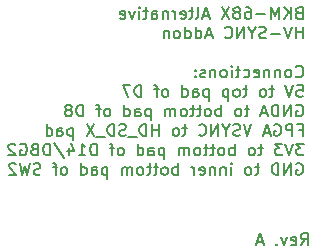
<source format=gbr>
%TF.GenerationSoftware,KiCad,Pcbnew,5.1.12-84ad8e8a86~92~ubuntu20.04.1*%
%TF.CreationDate,2022-06-17T21:56:11+02:00*%
%TF.ProjectId,bkm-68x-simple-hv-addon,626b6d2d-3638-4782-9d73-696d706c652d,rev?*%
%TF.SameCoordinates,Original*%
%TF.FileFunction,Legend,Bot*%
%TF.FilePolarity,Positive*%
%FSLAX46Y46*%
G04 Gerber Fmt 4.6, Leading zero omitted, Abs format (unit mm)*
G04 Created by KiCad (PCBNEW 5.1.12-84ad8e8a86~92~ubuntu20.04.1) date 2022-06-17 21:56:11*
%MOMM*%
%LPD*%
G01*
G04 APERTURE LIST*
%ADD10C,0.150000*%
G04 APERTURE END LIST*
D10*
X129817619Y-146730980D02*
X130150952Y-146254790D01*
X130389047Y-146730980D02*
X130389047Y-145730980D01*
X130008095Y-145730980D01*
X129912857Y-145778600D01*
X129865238Y-145826219D01*
X129817619Y-145921457D01*
X129817619Y-146064314D01*
X129865238Y-146159552D01*
X129912857Y-146207171D01*
X130008095Y-146254790D01*
X130389047Y-146254790D01*
X129008095Y-146683361D02*
X129103333Y-146730980D01*
X129293809Y-146730980D01*
X129389047Y-146683361D01*
X129436666Y-146588123D01*
X129436666Y-146207171D01*
X129389047Y-146111933D01*
X129293809Y-146064314D01*
X129103333Y-146064314D01*
X129008095Y-146111933D01*
X128960476Y-146207171D01*
X128960476Y-146302409D01*
X129436666Y-146397647D01*
X128627142Y-146064314D02*
X128389047Y-146730980D01*
X128150952Y-146064314D01*
X127770000Y-146635742D02*
X127722380Y-146683361D01*
X127770000Y-146730980D01*
X127817619Y-146683361D01*
X127770000Y-146635742D01*
X127770000Y-146730980D01*
X126579523Y-146445266D02*
X126103333Y-146445266D01*
X126674761Y-146730980D02*
X126341428Y-145730980D01*
X126008095Y-146730980D01*
X129633071Y-127059571D02*
X129490214Y-127107190D01*
X129442595Y-127154809D01*
X129394976Y-127250047D01*
X129394976Y-127392904D01*
X129442595Y-127488142D01*
X129490214Y-127535761D01*
X129585452Y-127583380D01*
X129966404Y-127583380D01*
X129966404Y-126583380D01*
X129633071Y-126583380D01*
X129537833Y-126631000D01*
X129490214Y-126678619D01*
X129442595Y-126773857D01*
X129442595Y-126869095D01*
X129490214Y-126964333D01*
X129537833Y-127011952D01*
X129633071Y-127059571D01*
X129966404Y-127059571D01*
X128966404Y-127583380D02*
X128966404Y-126583380D01*
X128394976Y-127583380D02*
X128823547Y-127011952D01*
X128394976Y-126583380D02*
X128966404Y-127154809D01*
X127966404Y-127583380D02*
X127966404Y-126583380D01*
X127633071Y-127297666D01*
X127299738Y-126583380D01*
X127299738Y-127583380D01*
X126823547Y-127202428D02*
X126061642Y-127202428D01*
X125156880Y-126583380D02*
X125347357Y-126583380D01*
X125442595Y-126631000D01*
X125490214Y-126678619D01*
X125585452Y-126821476D01*
X125633071Y-127011952D01*
X125633071Y-127392904D01*
X125585452Y-127488142D01*
X125537833Y-127535761D01*
X125442595Y-127583380D01*
X125252119Y-127583380D01*
X125156880Y-127535761D01*
X125109261Y-127488142D01*
X125061642Y-127392904D01*
X125061642Y-127154809D01*
X125109261Y-127059571D01*
X125156880Y-127011952D01*
X125252119Y-126964333D01*
X125442595Y-126964333D01*
X125537833Y-127011952D01*
X125585452Y-127059571D01*
X125633071Y-127154809D01*
X124490214Y-127011952D02*
X124585452Y-126964333D01*
X124633071Y-126916714D01*
X124680690Y-126821476D01*
X124680690Y-126773857D01*
X124633071Y-126678619D01*
X124585452Y-126631000D01*
X124490214Y-126583380D01*
X124299738Y-126583380D01*
X124204500Y-126631000D01*
X124156880Y-126678619D01*
X124109261Y-126773857D01*
X124109261Y-126821476D01*
X124156880Y-126916714D01*
X124204500Y-126964333D01*
X124299738Y-127011952D01*
X124490214Y-127011952D01*
X124585452Y-127059571D01*
X124633071Y-127107190D01*
X124680690Y-127202428D01*
X124680690Y-127392904D01*
X124633071Y-127488142D01*
X124585452Y-127535761D01*
X124490214Y-127583380D01*
X124299738Y-127583380D01*
X124204500Y-127535761D01*
X124156880Y-127488142D01*
X124109261Y-127392904D01*
X124109261Y-127202428D01*
X124156880Y-127107190D01*
X124204500Y-127059571D01*
X124299738Y-127011952D01*
X123775928Y-126583380D02*
X123109261Y-127583380D01*
X123109261Y-126583380D02*
X123775928Y-127583380D01*
X122014023Y-127297666D02*
X121537833Y-127297666D01*
X122109261Y-127583380D02*
X121775928Y-126583380D01*
X121442595Y-127583380D01*
X120966404Y-127583380D02*
X121061642Y-127535761D01*
X121109261Y-127440523D01*
X121109261Y-126583380D01*
X120728309Y-126916714D02*
X120347357Y-126916714D01*
X120585452Y-126583380D02*
X120585452Y-127440523D01*
X120537833Y-127535761D01*
X120442595Y-127583380D01*
X120347357Y-127583380D01*
X119633071Y-127535761D02*
X119728309Y-127583380D01*
X119918785Y-127583380D01*
X120014023Y-127535761D01*
X120061642Y-127440523D01*
X120061642Y-127059571D01*
X120014023Y-126964333D01*
X119918785Y-126916714D01*
X119728309Y-126916714D01*
X119633071Y-126964333D01*
X119585452Y-127059571D01*
X119585452Y-127154809D01*
X120061642Y-127250047D01*
X119156880Y-127583380D02*
X119156880Y-126916714D01*
X119156880Y-127107190D02*
X119109261Y-127011952D01*
X119061642Y-126964333D01*
X118966404Y-126916714D01*
X118871166Y-126916714D01*
X118537833Y-126916714D02*
X118537833Y-127583380D01*
X118537833Y-127011952D02*
X118490214Y-126964333D01*
X118394976Y-126916714D01*
X118252119Y-126916714D01*
X118156880Y-126964333D01*
X118109261Y-127059571D01*
X118109261Y-127583380D01*
X117204500Y-127583380D02*
X117204500Y-127059571D01*
X117252119Y-126964333D01*
X117347357Y-126916714D01*
X117537833Y-126916714D01*
X117633071Y-126964333D01*
X117204500Y-127535761D02*
X117299738Y-127583380D01*
X117537833Y-127583380D01*
X117633071Y-127535761D01*
X117680690Y-127440523D01*
X117680690Y-127345285D01*
X117633071Y-127250047D01*
X117537833Y-127202428D01*
X117299738Y-127202428D01*
X117204500Y-127154809D01*
X116871166Y-126916714D02*
X116490214Y-126916714D01*
X116728309Y-126583380D02*
X116728309Y-127440523D01*
X116680690Y-127535761D01*
X116585452Y-127583380D01*
X116490214Y-127583380D01*
X116156880Y-127583380D02*
X116156880Y-126916714D01*
X116156880Y-126583380D02*
X116204500Y-126631000D01*
X116156880Y-126678619D01*
X116109261Y-126631000D01*
X116156880Y-126583380D01*
X116156880Y-126678619D01*
X115775928Y-126916714D02*
X115537833Y-127583380D01*
X115299738Y-126916714D01*
X114537833Y-127535761D02*
X114633071Y-127583380D01*
X114823547Y-127583380D01*
X114918785Y-127535761D01*
X114966404Y-127440523D01*
X114966404Y-127059571D01*
X114918785Y-126964333D01*
X114823547Y-126916714D01*
X114633071Y-126916714D01*
X114537833Y-126964333D01*
X114490214Y-127059571D01*
X114490214Y-127154809D01*
X114966404Y-127250047D01*
X129966404Y-129233380D02*
X129966404Y-128233380D01*
X129966404Y-128709571D02*
X129394976Y-128709571D01*
X129394976Y-129233380D02*
X129394976Y-128233380D01*
X129061642Y-128233380D02*
X128728309Y-129233380D01*
X128394976Y-128233380D01*
X128061642Y-128852428D02*
X127299738Y-128852428D01*
X126871166Y-129185761D02*
X126728309Y-129233380D01*
X126490214Y-129233380D01*
X126394976Y-129185761D01*
X126347357Y-129138142D01*
X126299738Y-129042904D01*
X126299738Y-128947666D01*
X126347357Y-128852428D01*
X126394976Y-128804809D01*
X126490214Y-128757190D01*
X126680690Y-128709571D01*
X126775928Y-128661952D01*
X126823547Y-128614333D01*
X126871166Y-128519095D01*
X126871166Y-128423857D01*
X126823547Y-128328619D01*
X126775928Y-128281000D01*
X126680690Y-128233380D01*
X126442595Y-128233380D01*
X126299738Y-128281000D01*
X125680690Y-128757190D02*
X125680690Y-129233380D01*
X126014023Y-128233380D02*
X125680690Y-128757190D01*
X125347357Y-128233380D01*
X125014023Y-129233380D02*
X125014023Y-128233380D01*
X124442595Y-129233380D01*
X124442595Y-128233380D01*
X123394976Y-129138142D02*
X123442595Y-129185761D01*
X123585452Y-129233380D01*
X123680690Y-129233380D01*
X123823547Y-129185761D01*
X123918785Y-129090523D01*
X123966404Y-128995285D01*
X124014023Y-128804809D01*
X124014023Y-128661952D01*
X123966404Y-128471476D01*
X123918785Y-128376238D01*
X123823547Y-128281000D01*
X123680690Y-128233380D01*
X123585452Y-128233380D01*
X123442595Y-128281000D01*
X123394976Y-128328619D01*
X122252119Y-128947666D02*
X121775928Y-128947666D01*
X122347357Y-129233380D02*
X122014023Y-128233380D01*
X121680690Y-129233380D01*
X120918785Y-129233380D02*
X120918785Y-128233380D01*
X120918785Y-129185761D02*
X121014023Y-129233380D01*
X121204500Y-129233380D01*
X121299738Y-129185761D01*
X121347357Y-129138142D01*
X121394976Y-129042904D01*
X121394976Y-128757190D01*
X121347357Y-128661952D01*
X121299738Y-128614333D01*
X121204500Y-128566714D01*
X121014023Y-128566714D01*
X120918785Y-128614333D01*
X120014023Y-129233380D02*
X120014023Y-128233380D01*
X120014023Y-129185761D02*
X120109261Y-129233380D01*
X120299738Y-129233380D01*
X120394976Y-129185761D01*
X120442595Y-129138142D01*
X120490214Y-129042904D01*
X120490214Y-128757190D01*
X120442595Y-128661952D01*
X120394976Y-128614333D01*
X120299738Y-128566714D01*
X120109261Y-128566714D01*
X120014023Y-128614333D01*
X119394976Y-129233380D02*
X119490214Y-129185761D01*
X119537833Y-129138142D01*
X119585452Y-129042904D01*
X119585452Y-128757190D01*
X119537833Y-128661952D01*
X119490214Y-128614333D01*
X119394976Y-128566714D01*
X119252119Y-128566714D01*
X119156880Y-128614333D01*
X119109261Y-128661952D01*
X119061642Y-128757190D01*
X119061642Y-129042904D01*
X119109261Y-129138142D01*
X119156880Y-129185761D01*
X119252119Y-129233380D01*
X119394976Y-129233380D01*
X118633071Y-128566714D02*
X118633071Y-129233380D01*
X118633071Y-128661952D02*
X118585452Y-128614333D01*
X118490214Y-128566714D01*
X118347357Y-128566714D01*
X118252119Y-128614333D01*
X118204500Y-128709571D01*
X118204500Y-129233380D01*
X129394976Y-132438142D02*
X129442595Y-132485761D01*
X129585452Y-132533380D01*
X129680690Y-132533380D01*
X129823547Y-132485761D01*
X129918785Y-132390523D01*
X129966404Y-132295285D01*
X130014023Y-132104809D01*
X130014023Y-131961952D01*
X129966404Y-131771476D01*
X129918785Y-131676238D01*
X129823547Y-131581000D01*
X129680690Y-131533380D01*
X129585452Y-131533380D01*
X129442595Y-131581000D01*
X129394976Y-131628619D01*
X128823547Y-132533380D02*
X128918785Y-132485761D01*
X128966404Y-132438142D01*
X129014023Y-132342904D01*
X129014023Y-132057190D01*
X128966404Y-131961952D01*
X128918785Y-131914333D01*
X128823547Y-131866714D01*
X128680690Y-131866714D01*
X128585452Y-131914333D01*
X128537833Y-131961952D01*
X128490214Y-132057190D01*
X128490214Y-132342904D01*
X128537833Y-132438142D01*
X128585452Y-132485761D01*
X128680690Y-132533380D01*
X128823547Y-132533380D01*
X128061642Y-131866714D02*
X128061642Y-132533380D01*
X128061642Y-131961952D02*
X128014023Y-131914333D01*
X127918785Y-131866714D01*
X127775928Y-131866714D01*
X127680690Y-131914333D01*
X127633071Y-132009571D01*
X127633071Y-132533380D01*
X127156880Y-131866714D02*
X127156880Y-132533380D01*
X127156880Y-131961952D02*
X127109261Y-131914333D01*
X127014023Y-131866714D01*
X126871166Y-131866714D01*
X126775928Y-131914333D01*
X126728309Y-132009571D01*
X126728309Y-132533380D01*
X125871166Y-132485761D02*
X125966404Y-132533380D01*
X126156880Y-132533380D01*
X126252119Y-132485761D01*
X126299738Y-132390523D01*
X126299738Y-132009571D01*
X126252119Y-131914333D01*
X126156880Y-131866714D01*
X125966404Y-131866714D01*
X125871166Y-131914333D01*
X125823547Y-132009571D01*
X125823547Y-132104809D01*
X126299738Y-132200047D01*
X124966404Y-132485761D02*
X125061642Y-132533380D01*
X125252119Y-132533380D01*
X125347357Y-132485761D01*
X125394976Y-132438142D01*
X125442595Y-132342904D01*
X125442595Y-132057190D01*
X125394976Y-131961952D01*
X125347357Y-131914333D01*
X125252119Y-131866714D01*
X125061642Y-131866714D01*
X124966404Y-131914333D01*
X124680690Y-131866714D02*
X124299738Y-131866714D01*
X124537833Y-131533380D02*
X124537833Y-132390523D01*
X124490214Y-132485761D01*
X124394976Y-132533380D01*
X124299738Y-132533380D01*
X123966404Y-132533380D02*
X123966404Y-131866714D01*
X123966404Y-131533380D02*
X124014023Y-131581000D01*
X123966404Y-131628619D01*
X123918785Y-131581000D01*
X123966404Y-131533380D01*
X123966404Y-131628619D01*
X123347357Y-132533380D02*
X123442595Y-132485761D01*
X123490214Y-132438142D01*
X123537833Y-132342904D01*
X123537833Y-132057190D01*
X123490214Y-131961952D01*
X123442595Y-131914333D01*
X123347357Y-131866714D01*
X123204500Y-131866714D01*
X123109261Y-131914333D01*
X123061642Y-131961952D01*
X123014023Y-132057190D01*
X123014023Y-132342904D01*
X123061642Y-132438142D01*
X123109261Y-132485761D01*
X123204500Y-132533380D01*
X123347357Y-132533380D01*
X122585452Y-131866714D02*
X122585452Y-132533380D01*
X122585452Y-131961952D02*
X122537833Y-131914333D01*
X122442595Y-131866714D01*
X122299738Y-131866714D01*
X122204500Y-131914333D01*
X122156880Y-132009571D01*
X122156880Y-132533380D01*
X121728309Y-132485761D02*
X121633071Y-132533380D01*
X121442595Y-132533380D01*
X121347357Y-132485761D01*
X121299738Y-132390523D01*
X121299738Y-132342904D01*
X121347357Y-132247666D01*
X121442595Y-132200047D01*
X121585452Y-132200047D01*
X121680690Y-132152428D01*
X121728309Y-132057190D01*
X121728309Y-132009571D01*
X121680690Y-131914333D01*
X121585452Y-131866714D01*
X121442595Y-131866714D01*
X121347357Y-131914333D01*
X120871166Y-132438142D02*
X120823547Y-132485761D01*
X120871166Y-132533380D01*
X120918785Y-132485761D01*
X120871166Y-132438142D01*
X120871166Y-132533380D01*
X120871166Y-131914333D02*
X120823547Y-131961952D01*
X120871166Y-132009571D01*
X120918785Y-131961952D01*
X120871166Y-131914333D01*
X120871166Y-132009571D01*
X129490214Y-133183380D02*
X129966404Y-133183380D01*
X130014023Y-133659571D01*
X129966404Y-133611952D01*
X129871166Y-133564333D01*
X129633071Y-133564333D01*
X129537833Y-133611952D01*
X129490214Y-133659571D01*
X129442595Y-133754809D01*
X129442595Y-133992904D01*
X129490214Y-134088142D01*
X129537833Y-134135761D01*
X129633071Y-134183380D01*
X129871166Y-134183380D01*
X129966404Y-134135761D01*
X130014023Y-134088142D01*
X129156880Y-133183380D02*
X128823547Y-134183380D01*
X128490214Y-133183380D01*
X127537833Y-133516714D02*
X127156880Y-133516714D01*
X127394976Y-133183380D02*
X127394976Y-134040523D01*
X127347357Y-134135761D01*
X127252119Y-134183380D01*
X127156880Y-134183380D01*
X126680690Y-134183380D02*
X126775928Y-134135761D01*
X126823547Y-134088142D01*
X126871166Y-133992904D01*
X126871166Y-133707190D01*
X126823547Y-133611952D01*
X126775928Y-133564333D01*
X126680690Y-133516714D01*
X126537833Y-133516714D01*
X126442595Y-133564333D01*
X126394976Y-133611952D01*
X126347357Y-133707190D01*
X126347357Y-133992904D01*
X126394976Y-134088142D01*
X126442595Y-134135761D01*
X126537833Y-134183380D01*
X126680690Y-134183380D01*
X125299738Y-133516714D02*
X124918785Y-133516714D01*
X125156880Y-133183380D02*
X125156880Y-134040523D01*
X125109261Y-134135761D01*
X125014023Y-134183380D01*
X124918785Y-134183380D01*
X124442595Y-134183380D02*
X124537833Y-134135761D01*
X124585452Y-134088142D01*
X124633071Y-133992904D01*
X124633071Y-133707190D01*
X124585452Y-133611952D01*
X124537833Y-133564333D01*
X124442595Y-133516714D01*
X124299738Y-133516714D01*
X124204500Y-133564333D01*
X124156880Y-133611952D01*
X124109261Y-133707190D01*
X124109261Y-133992904D01*
X124156880Y-134088142D01*
X124204500Y-134135761D01*
X124299738Y-134183380D01*
X124442595Y-134183380D01*
X123680690Y-133516714D02*
X123680690Y-134516714D01*
X123680690Y-133564333D02*
X123585452Y-133516714D01*
X123394976Y-133516714D01*
X123299738Y-133564333D01*
X123252119Y-133611952D01*
X123204500Y-133707190D01*
X123204500Y-133992904D01*
X123252119Y-134088142D01*
X123299738Y-134135761D01*
X123394976Y-134183380D01*
X123585452Y-134183380D01*
X123680690Y-134135761D01*
X122014023Y-133516714D02*
X122014023Y-134516714D01*
X122014023Y-133564333D02*
X121918785Y-133516714D01*
X121728309Y-133516714D01*
X121633071Y-133564333D01*
X121585452Y-133611952D01*
X121537833Y-133707190D01*
X121537833Y-133992904D01*
X121585452Y-134088142D01*
X121633071Y-134135761D01*
X121728309Y-134183380D01*
X121918785Y-134183380D01*
X122014023Y-134135761D01*
X120680690Y-134183380D02*
X120680690Y-133659571D01*
X120728309Y-133564333D01*
X120823547Y-133516714D01*
X121014023Y-133516714D01*
X121109261Y-133564333D01*
X120680690Y-134135761D02*
X120775928Y-134183380D01*
X121014023Y-134183380D01*
X121109261Y-134135761D01*
X121156880Y-134040523D01*
X121156880Y-133945285D01*
X121109261Y-133850047D01*
X121014023Y-133802428D01*
X120775928Y-133802428D01*
X120680690Y-133754809D01*
X119775928Y-134183380D02*
X119775928Y-133183380D01*
X119775928Y-134135761D02*
X119871166Y-134183380D01*
X120061642Y-134183380D01*
X120156880Y-134135761D01*
X120204500Y-134088142D01*
X120252119Y-133992904D01*
X120252119Y-133707190D01*
X120204500Y-133611952D01*
X120156880Y-133564333D01*
X120061642Y-133516714D01*
X119871166Y-133516714D01*
X119775928Y-133564333D01*
X118394976Y-134183380D02*
X118490214Y-134135761D01*
X118537833Y-134088142D01*
X118585452Y-133992904D01*
X118585452Y-133707190D01*
X118537833Y-133611952D01*
X118490214Y-133564333D01*
X118394976Y-133516714D01*
X118252119Y-133516714D01*
X118156880Y-133564333D01*
X118109261Y-133611952D01*
X118061642Y-133707190D01*
X118061642Y-133992904D01*
X118109261Y-134088142D01*
X118156880Y-134135761D01*
X118252119Y-134183380D01*
X118394976Y-134183380D01*
X117775928Y-133516714D02*
X117394976Y-133516714D01*
X117633071Y-134183380D02*
X117633071Y-133326238D01*
X117585452Y-133231000D01*
X117490214Y-133183380D01*
X117394976Y-133183380D01*
X116299738Y-134183380D02*
X116299738Y-133183380D01*
X116061642Y-133183380D01*
X115918785Y-133231000D01*
X115823547Y-133326238D01*
X115775928Y-133421476D01*
X115728309Y-133611952D01*
X115728309Y-133754809D01*
X115775928Y-133945285D01*
X115823547Y-134040523D01*
X115918785Y-134135761D01*
X116061642Y-134183380D01*
X116299738Y-134183380D01*
X115394976Y-133183380D02*
X114728309Y-133183380D01*
X115156880Y-134183380D01*
X129442595Y-134881000D02*
X129537833Y-134833380D01*
X129680690Y-134833380D01*
X129823547Y-134881000D01*
X129918785Y-134976238D01*
X129966404Y-135071476D01*
X130014023Y-135261952D01*
X130014023Y-135404809D01*
X129966404Y-135595285D01*
X129918785Y-135690523D01*
X129823547Y-135785761D01*
X129680690Y-135833380D01*
X129585452Y-135833380D01*
X129442595Y-135785761D01*
X129394976Y-135738142D01*
X129394976Y-135404809D01*
X129585452Y-135404809D01*
X128966404Y-135833380D02*
X128966404Y-134833380D01*
X128394976Y-135833380D01*
X128394976Y-134833380D01*
X127918785Y-135833380D02*
X127918785Y-134833380D01*
X127680690Y-134833380D01*
X127537833Y-134881000D01*
X127442595Y-134976238D01*
X127394976Y-135071476D01*
X127347357Y-135261952D01*
X127347357Y-135404809D01*
X127394976Y-135595285D01*
X127442595Y-135690523D01*
X127537833Y-135785761D01*
X127680690Y-135833380D01*
X127918785Y-135833380D01*
X126966404Y-135547666D02*
X126490214Y-135547666D01*
X127061642Y-135833380D02*
X126728309Y-134833380D01*
X126394976Y-135833380D01*
X125442595Y-135166714D02*
X125061642Y-135166714D01*
X125299738Y-134833380D02*
X125299738Y-135690523D01*
X125252119Y-135785761D01*
X125156880Y-135833380D01*
X125061642Y-135833380D01*
X124585452Y-135833380D02*
X124680690Y-135785761D01*
X124728309Y-135738142D01*
X124775928Y-135642904D01*
X124775928Y-135357190D01*
X124728309Y-135261952D01*
X124680690Y-135214333D01*
X124585452Y-135166714D01*
X124442595Y-135166714D01*
X124347357Y-135214333D01*
X124299738Y-135261952D01*
X124252119Y-135357190D01*
X124252119Y-135642904D01*
X124299738Y-135738142D01*
X124347357Y-135785761D01*
X124442595Y-135833380D01*
X124585452Y-135833380D01*
X123061642Y-135833380D02*
X123061642Y-134833380D01*
X123061642Y-135214333D02*
X122966404Y-135166714D01*
X122775928Y-135166714D01*
X122680690Y-135214333D01*
X122633071Y-135261952D01*
X122585452Y-135357190D01*
X122585452Y-135642904D01*
X122633071Y-135738142D01*
X122680690Y-135785761D01*
X122775928Y-135833380D01*
X122966404Y-135833380D01*
X123061642Y-135785761D01*
X122014023Y-135833380D02*
X122109261Y-135785761D01*
X122156880Y-135738142D01*
X122204500Y-135642904D01*
X122204500Y-135357190D01*
X122156880Y-135261952D01*
X122109261Y-135214333D01*
X122014023Y-135166714D01*
X121871166Y-135166714D01*
X121775928Y-135214333D01*
X121728309Y-135261952D01*
X121680690Y-135357190D01*
X121680690Y-135642904D01*
X121728309Y-135738142D01*
X121775928Y-135785761D01*
X121871166Y-135833380D01*
X122014023Y-135833380D01*
X121394976Y-135166714D02*
X121014023Y-135166714D01*
X121252119Y-134833380D02*
X121252119Y-135690523D01*
X121204500Y-135785761D01*
X121109261Y-135833380D01*
X121014023Y-135833380D01*
X120823547Y-135166714D02*
X120442595Y-135166714D01*
X120680690Y-134833380D02*
X120680690Y-135690523D01*
X120633071Y-135785761D01*
X120537833Y-135833380D01*
X120442595Y-135833380D01*
X119966404Y-135833380D02*
X120061642Y-135785761D01*
X120109261Y-135738142D01*
X120156880Y-135642904D01*
X120156880Y-135357190D01*
X120109261Y-135261952D01*
X120061642Y-135214333D01*
X119966404Y-135166714D01*
X119823547Y-135166714D01*
X119728309Y-135214333D01*
X119680690Y-135261952D01*
X119633071Y-135357190D01*
X119633071Y-135642904D01*
X119680690Y-135738142D01*
X119728309Y-135785761D01*
X119823547Y-135833380D01*
X119966404Y-135833380D01*
X119204500Y-135833380D02*
X119204500Y-135166714D01*
X119204500Y-135261952D02*
X119156880Y-135214333D01*
X119061642Y-135166714D01*
X118918785Y-135166714D01*
X118823547Y-135214333D01*
X118775928Y-135309571D01*
X118775928Y-135833380D01*
X118775928Y-135309571D02*
X118728309Y-135214333D01*
X118633071Y-135166714D01*
X118490214Y-135166714D01*
X118394976Y-135214333D01*
X118347357Y-135309571D01*
X118347357Y-135833380D01*
X117109261Y-135166714D02*
X117109261Y-136166714D01*
X117109261Y-135214333D02*
X117014023Y-135166714D01*
X116823547Y-135166714D01*
X116728309Y-135214333D01*
X116680690Y-135261952D01*
X116633071Y-135357190D01*
X116633071Y-135642904D01*
X116680690Y-135738142D01*
X116728309Y-135785761D01*
X116823547Y-135833380D01*
X117014023Y-135833380D01*
X117109261Y-135785761D01*
X115775928Y-135833380D02*
X115775928Y-135309571D01*
X115823547Y-135214333D01*
X115918785Y-135166714D01*
X116109261Y-135166714D01*
X116204500Y-135214333D01*
X115775928Y-135785761D02*
X115871166Y-135833380D01*
X116109261Y-135833380D01*
X116204500Y-135785761D01*
X116252119Y-135690523D01*
X116252119Y-135595285D01*
X116204500Y-135500047D01*
X116109261Y-135452428D01*
X115871166Y-135452428D01*
X115775928Y-135404809D01*
X114871166Y-135833380D02*
X114871166Y-134833380D01*
X114871166Y-135785761D02*
X114966404Y-135833380D01*
X115156880Y-135833380D01*
X115252119Y-135785761D01*
X115299738Y-135738142D01*
X115347357Y-135642904D01*
X115347357Y-135357190D01*
X115299738Y-135261952D01*
X115252119Y-135214333D01*
X115156880Y-135166714D01*
X114966404Y-135166714D01*
X114871166Y-135214333D01*
X113490214Y-135833380D02*
X113585452Y-135785761D01*
X113633071Y-135738142D01*
X113680690Y-135642904D01*
X113680690Y-135357190D01*
X113633071Y-135261952D01*
X113585452Y-135214333D01*
X113490214Y-135166714D01*
X113347357Y-135166714D01*
X113252119Y-135214333D01*
X113204500Y-135261952D01*
X113156880Y-135357190D01*
X113156880Y-135642904D01*
X113204500Y-135738142D01*
X113252119Y-135785761D01*
X113347357Y-135833380D01*
X113490214Y-135833380D01*
X112871166Y-135166714D02*
X112490214Y-135166714D01*
X112728309Y-135833380D02*
X112728309Y-134976238D01*
X112680690Y-134881000D01*
X112585452Y-134833380D01*
X112490214Y-134833380D01*
X111394976Y-135833380D02*
X111394976Y-134833380D01*
X111156880Y-134833380D01*
X111014023Y-134881000D01*
X110918785Y-134976238D01*
X110871166Y-135071476D01*
X110823547Y-135261952D01*
X110823547Y-135404809D01*
X110871166Y-135595285D01*
X110918785Y-135690523D01*
X111014023Y-135785761D01*
X111156880Y-135833380D01*
X111394976Y-135833380D01*
X110252119Y-135261952D02*
X110347357Y-135214333D01*
X110394976Y-135166714D01*
X110442595Y-135071476D01*
X110442595Y-135023857D01*
X110394976Y-134928619D01*
X110347357Y-134881000D01*
X110252119Y-134833380D01*
X110061642Y-134833380D01*
X109966404Y-134881000D01*
X109918785Y-134928619D01*
X109871166Y-135023857D01*
X109871166Y-135071476D01*
X109918785Y-135166714D01*
X109966404Y-135214333D01*
X110061642Y-135261952D01*
X110252119Y-135261952D01*
X110347357Y-135309571D01*
X110394976Y-135357190D01*
X110442595Y-135452428D01*
X110442595Y-135642904D01*
X110394976Y-135738142D01*
X110347357Y-135785761D01*
X110252119Y-135833380D01*
X110061642Y-135833380D01*
X109966404Y-135785761D01*
X109918785Y-135738142D01*
X109871166Y-135642904D01*
X109871166Y-135452428D01*
X109918785Y-135357190D01*
X109966404Y-135309571D01*
X110061642Y-135261952D01*
X129633071Y-136959571D02*
X129966404Y-136959571D01*
X129966404Y-137483380D02*
X129966404Y-136483380D01*
X129490214Y-136483380D01*
X129109261Y-137483380D02*
X129109261Y-136483380D01*
X128728309Y-136483380D01*
X128633071Y-136531000D01*
X128585452Y-136578619D01*
X128537833Y-136673857D01*
X128537833Y-136816714D01*
X128585452Y-136911952D01*
X128633071Y-136959571D01*
X128728309Y-137007190D01*
X129109261Y-137007190D01*
X127585452Y-136531000D02*
X127680690Y-136483380D01*
X127823547Y-136483380D01*
X127966404Y-136531000D01*
X128061642Y-136626238D01*
X128109261Y-136721476D01*
X128156880Y-136911952D01*
X128156880Y-137054809D01*
X128109261Y-137245285D01*
X128061642Y-137340523D01*
X127966404Y-137435761D01*
X127823547Y-137483380D01*
X127728309Y-137483380D01*
X127585452Y-137435761D01*
X127537833Y-137388142D01*
X127537833Y-137054809D01*
X127728309Y-137054809D01*
X127156880Y-137197666D02*
X126680690Y-137197666D01*
X127252119Y-137483380D02*
X126918785Y-136483380D01*
X126585452Y-137483380D01*
X125633071Y-136483380D02*
X125299738Y-137483380D01*
X124966404Y-136483380D01*
X124680690Y-137435761D02*
X124537833Y-137483380D01*
X124299738Y-137483380D01*
X124204500Y-137435761D01*
X124156880Y-137388142D01*
X124109261Y-137292904D01*
X124109261Y-137197666D01*
X124156880Y-137102428D01*
X124204500Y-137054809D01*
X124299738Y-137007190D01*
X124490214Y-136959571D01*
X124585452Y-136911952D01*
X124633071Y-136864333D01*
X124680690Y-136769095D01*
X124680690Y-136673857D01*
X124633071Y-136578619D01*
X124585452Y-136531000D01*
X124490214Y-136483380D01*
X124252119Y-136483380D01*
X124109261Y-136531000D01*
X123490214Y-137007190D02*
X123490214Y-137483380D01*
X123823547Y-136483380D02*
X123490214Y-137007190D01*
X123156880Y-136483380D01*
X122823547Y-137483380D02*
X122823547Y-136483380D01*
X122252119Y-137483380D01*
X122252119Y-136483380D01*
X121204500Y-137388142D02*
X121252119Y-137435761D01*
X121394976Y-137483380D01*
X121490214Y-137483380D01*
X121633071Y-137435761D01*
X121728309Y-137340523D01*
X121775928Y-137245285D01*
X121823547Y-137054809D01*
X121823547Y-136911952D01*
X121775928Y-136721476D01*
X121728309Y-136626238D01*
X121633071Y-136531000D01*
X121490214Y-136483380D01*
X121394976Y-136483380D01*
X121252119Y-136531000D01*
X121204500Y-136578619D01*
X120156880Y-136816714D02*
X119775928Y-136816714D01*
X120014023Y-136483380D02*
X120014023Y-137340523D01*
X119966404Y-137435761D01*
X119871166Y-137483380D01*
X119775928Y-137483380D01*
X119299738Y-137483380D02*
X119394976Y-137435761D01*
X119442595Y-137388142D01*
X119490214Y-137292904D01*
X119490214Y-137007190D01*
X119442595Y-136911952D01*
X119394976Y-136864333D01*
X119299738Y-136816714D01*
X119156880Y-136816714D01*
X119061642Y-136864333D01*
X119014023Y-136911952D01*
X118966404Y-137007190D01*
X118966404Y-137292904D01*
X119014023Y-137388142D01*
X119061642Y-137435761D01*
X119156880Y-137483380D01*
X119299738Y-137483380D01*
X117775928Y-137483380D02*
X117775928Y-136483380D01*
X117775928Y-136959571D02*
X117204500Y-136959571D01*
X117204500Y-137483380D02*
X117204500Y-136483380D01*
X116728309Y-137483380D02*
X116728309Y-136483380D01*
X116490214Y-136483380D01*
X116347357Y-136531000D01*
X116252119Y-136626238D01*
X116204500Y-136721476D01*
X116156880Y-136911952D01*
X116156880Y-137054809D01*
X116204500Y-137245285D01*
X116252119Y-137340523D01*
X116347357Y-137435761D01*
X116490214Y-137483380D01*
X116728309Y-137483380D01*
X115966404Y-137578619D02*
X115204500Y-137578619D01*
X115014023Y-137435761D02*
X114871166Y-137483380D01*
X114633071Y-137483380D01*
X114537833Y-137435761D01*
X114490214Y-137388142D01*
X114442595Y-137292904D01*
X114442595Y-137197666D01*
X114490214Y-137102428D01*
X114537833Y-137054809D01*
X114633071Y-137007190D01*
X114823547Y-136959571D01*
X114918785Y-136911952D01*
X114966404Y-136864333D01*
X115014023Y-136769095D01*
X115014023Y-136673857D01*
X114966404Y-136578619D01*
X114918785Y-136531000D01*
X114823547Y-136483380D01*
X114585452Y-136483380D01*
X114442595Y-136531000D01*
X114014023Y-137483380D02*
X114014023Y-136483380D01*
X113775928Y-136483380D01*
X113633071Y-136531000D01*
X113537833Y-136626238D01*
X113490214Y-136721476D01*
X113442595Y-136911952D01*
X113442595Y-137054809D01*
X113490214Y-137245285D01*
X113537833Y-137340523D01*
X113633071Y-137435761D01*
X113775928Y-137483380D01*
X114014023Y-137483380D01*
X113252119Y-137578619D02*
X112490214Y-137578619D01*
X112347357Y-136483380D02*
X111680690Y-137483380D01*
X111680690Y-136483380D02*
X112347357Y-137483380D01*
X110537833Y-136816714D02*
X110537833Y-137816714D01*
X110537833Y-136864333D02*
X110442595Y-136816714D01*
X110252119Y-136816714D01*
X110156880Y-136864333D01*
X110109261Y-136911952D01*
X110061642Y-137007190D01*
X110061642Y-137292904D01*
X110109261Y-137388142D01*
X110156880Y-137435761D01*
X110252119Y-137483380D01*
X110442595Y-137483380D01*
X110537833Y-137435761D01*
X109204500Y-137483380D02*
X109204500Y-136959571D01*
X109252119Y-136864333D01*
X109347357Y-136816714D01*
X109537833Y-136816714D01*
X109633071Y-136864333D01*
X109204500Y-137435761D02*
X109299738Y-137483380D01*
X109537833Y-137483380D01*
X109633071Y-137435761D01*
X109680690Y-137340523D01*
X109680690Y-137245285D01*
X109633071Y-137150047D01*
X109537833Y-137102428D01*
X109299738Y-137102428D01*
X109204500Y-137054809D01*
X108299738Y-137483380D02*
X108299738Y-136483380D01*
X108299738Y-137435761D02*
X108394976Y-137483380D01*
X108585452Y-137483380D01*
X108680690Y-137435761D01*
X108728309Y-137388142D01*
X108775928Y-137292904D01*
X108775928Y-137007190D01*
X108728309Y-136911952D01*
X108680690Y-136864333D01*
X108585452Y-136816714D01*
X108394976Y-136816714D01*
X108299738Y-136864333D01*
X130061642Y-138133380D02*
X129442595Y-138133380D01*
X129775928Y-138514333D01*
X129633071Y-138514333D01*
X129537833Y-138561952D01*
X129490214Y-138609571D01*
X129442595Y-138704809D01*
X129442595Y-138942904D01*
X129490214Y-139038142D01*
X129537833Y-139085761D01*
X129633071Y-139133380D01*
X129918785Y-139133380D01*
X130014023Y-139085761D01*
X130061642Y-139038142D01*
X129156880Y-138133380D02*
X128823547Y-139133380D01*
X128490214Y-138133380D01*
X128252119Y-138133380D02*
X127633071Y-138133380D01*
X127966404Y-138514333D01*
X127823547Y-138514333D01*
X127728309Y-138561952D01*
X127680690Y-138609571D01*
X127633071Y-138704809D01*
X127633071Y-138942904D01*
X127680690Y-139038142D01*
X127728309Y-139085761D01*
X127823547Y-139133380D01*
X128109261Y-139133380D01*
X128204500Y-139085761D01*
X128252119Y-139038142D01*
X126585452Y-138466714D02*
X126204500Y-138466714D01*
X126442595Y-138133380D02*
X126442595Y-138990523D01*
X126394976Y-139085761D01*
X126299738Y-139133380D01*
X126204500Y-139133380D01*
X125728309Y-139133380D02*
X125823547Y-139085761D01*
X125871166Y-139038142D01*
X125918785Y-138942904D01*
X125918785Y-138657190D01*
X125871166Y-138561952D01*
X125823547Y-138514333D01*
X125728309Y-138466714D01*
X125585452Y-138466714D01*
X125490214Y-138514333D01*
X125442595Y-138561952D01*
X125394976Y-138657190D01*
X125394976Y-138942904D01*
X125442595Y-139038142D01*
X125490214Y-139085761D01*
X125585452Y-139133380D01*
X125728309Y-139133380D01*
X124204500Y-139133380D02*
X124204500Y-138133380D01*
X124204500Y-138514333D02*
X124109261Y-138466714D01*
X123918785Y-138466714D01*
X123823547Y-138514333D01*
X123775928Y-138561952D01*
X123728309Y-138657190D01*
X123728309Y-138942904D01*
X123775928Y-139038142D01*
X123823547Y-139085761D01*
X123918785Y-139133380D01*
X124109261Y-139133380D01*
X124204500Y-139085761D01*
X123156880Y-139133380D02*
X123252119Y-139085761D01*
X123299738Y-139038142D01*
X123347357Y-138942904D01*
X123347357Y-138657190D01*
X123299738Y-138561952D01*
X123252119Y-138514333D01*
X123156880Y-138466714D01*
X123014023Y-138466714D01*
X122918785Y-138514333D01*
X122871166Y-138561952D01*
X122823547Y-138657190D01*
X122823547Y-138942904D01*
X122871166Y-139038142D01*
X122918785Y-139085761D01*
X123014023Y-139133380D01*
X123156880Y-139133380D01*
X122537833Y-138466714D02*
X122156880Y-138466714D01*
X122394976Y-138133380D02*
X122394976Y-138990523D01*
X122347357Y-139085761D01*
X122252119Y-139133380D01*
X122156880Y-139133380D01*
X121966404Y-138466714D02*
X121585452Y-138466714D01*
X121823547Y-138133380D02*
X121823547Y-138990523D01*
X121775928Y-139085761D01*
X121680690Y-139133380D01*
X121585452Y-139133380D01*
X121109261Y-139133380D02*
X121204500Y-139085761D01*
X121252119Y-139038142D01*
X121299738Y-138942904D01*
X121299738Y-138657190D01*
X121252119Y-138561952D01*
X121204500Y-138514333D01*
X121109261Y-138466714D01*
X120966404Y-138466714D01*
X120871166Y-138514333D01*
X120823547Y-138561952D01*
X120775928Y-138657190D01*
X120775928Y-138942904D01*
X120823547Y-139038142D01*
X120871166Y-139085761D01*
X120966404Y-139133380D01*
X121109261Y-139133380D01*
X120347357Y-139133380D02*
X120347357Y-138466714D01*
X120347357Y-138561952D02*
X120299738Y-138514333D01*
X120204500Y-138466714D01*
X120061642Y-138466714D01*
X119966404Y-138514333D01*
X119918785Y-138609571D01*
X119918785Y-139133380D01*
X119918785Y-138609571D02*
X119871166Y-138514333D01*
X119775928Y-138466714D01*
X119633071Y-138466714D01*
X119537833Y-138514333D01*
X119490214Y-138609571D01*
X119490214Y-139133380D01*
X118252119Y-138466714D02*
X118252119Y-139466714D01*
X118252119Y-138514333D02*
X118156880Y-138466714D01*
X117966404Y-138466714D01*
X117871166Y-138514333D01*
X117823547Y-138561952D01*
X117775928Y-138657190D01*
X117775928Y-138942904D01*
X117823547Y-139038142D01*
X117871166Y-139085761D01*
X117966404Y-139133380D01*
X118156880Y-139133380D01*
X118252119Y-139085761D01*
X116918785Y-139133380D02*
X116918785Y-138609571D01*
X116966404Y-138514333D01*
X117061642Y-138466714D01*
X117252119Y-138466714D01*
X117347357Y-138514333D01*
X116918785Y-139085761D02*
X117014023Y-139133380D01*
X117252119Y-139133380D01*
X117347357Y-139085761D01*
X117394976Y-138990523D01*
X117394976Y-138895285D01*
X117347357Y-138800047D01*
X117252119Y-138752428D01*
X117014023Y-138752428D01*
X116918785Y-138704809D01*
X116014023Y-139133380D02*
X116014023Y-138133380D01*
X116014023Y-139085761D02*
X116109261Y-139133380D01*
X116299738Y-139133380D01*
X116394976Y-139085761D01*
X116442595Y-139038142D01*
X116490214Y-138942904D01*
X116490214Y-138657190D01*
X116442595Y-138561952D01*
X116394976Y-138514333D01*
X116299738Y-138466714D01*
X116109261Y-138466714D01*
X116014023Y-138514333D01*
X114633071Y-139133380D02*
X114728309Y-139085761D01*
X114775928Y-139038142D01*
X114823547Y-138942904D01*
X114823547Y-138657190D01*
X114775928Y-138561952D01*
X114728309Y-138514333D01*
X114633071Y-138466714D01*
X114490214Y-138466714D01*
X114394976Y-138514333D01*
X114347357Y-138561952D01*
X114299738Y-138657190D01*
X114299738Y-138942904D01*
X114347357Y-139038142D01*
X114394976Y-139085761D01*
X114490214Y-139133380D01*
X114633071Y-139133380D01*
X114014023Y-138466714D02*
X113633071Y-138466714D01*
X113871166Y-139133380D02*
X113871166Y-138276238D01*
X113823547Y-138181000D01*
X113728309Y-138133380D01*
X113633071Y-138133380D01*
X112537833Y-139133380D02*
X112537833Y-138133380D01*
X112299738Y-138133380D01*
X112156880Y-138181000D01*
X112061642Y-138276238D01*
X112014023Y-138371476D01*
X111966404Y-138561952D01*
X111966404Y-138704809D01*
X112014023Y-138895285D01*
X112061642Y-138990523D01*
X112156880Y-139085761D01*
X112299738Y-139133380D01*
X112537833Y-139133380D01*
X111014023Y-139133380D02*
X111585452Y-139133380D01*
X111299738Y-139133380D02*
X111299738Y-138133380D01*
X111394976Y-138276238D01*
X111490214Y-138371476D01*
X111585452Y-138419095D01*
X110156880Y-138466714D02*
X110156880Y-139133380D01*
X110394976Y-138085761D02*
X110633071Y-138800047D01*
X110014023Y-138800047D01*
X108918785Y-138085761D02*
X109775928Y-139371476D01*
X108585452Y-139133380D02*
X108585452Y-138133380D01*
X108347357Y-138133380D01*
X108204500Y-138181000D01*
X108109261Y-138276238D01*
X108061642Y-138371476D01*
X108014023Y-138561952D01*
X108014023Y-138704809D01*
X108061642Y-138895285D01*
X108109261Y-138990523D01*
X108204500Y-139085761D01*
X108347357Y-139133380D01*
X108585452Y-139133380D01*
X107252119Y-138609571D02*
X107109261Y-138657190D01*
X107061642Y-138704809D01*
X107014023Y-138800047D01*
X107014023Y-138942904D01*
X107061642Y-139038142D01*
X107109261Y-139085761D01*
X107204500Y-139133380D01*
X107585452Y-139133380D01*
X107585452Y-138133380D01*
X107252119Y-138133380D01*
X107156880Y-138181000D01*
X107109261Y-138228619D01*
X107061642Y-138323857D01*
X107061642Y-138419095D01*
X107109261Y-138514333D01*
X107156880Y-138561952D01*
X107252119Y-138609571D01*
X107585452Y-138609571D01*
X106061642Y-138181000D02*
X106156880Y-138133380D01*
X106299738Y-138133380D01*
X106442595Y-138181000D01*
X106537833Y-138276238D01*
X106585452Y-138371476D01*
X106633071Y-138561952D01*
X106633071Y-138704809D01*
X106585452Y-138895285D01*
X106537833Y-138990523D01*
X106442595Y-139085761D01*
X106299738Y-139133380D01*
X106204500Y-139133380D01*
X106061642Y-139085761D01*
X106014023Y-139038142D01*
X106014023Y-138704809D01*
X106204500Y-138704809D01*
X105633071Y-138228619D02*
X105585452Y-138181000D01*
X105490214Y-138133380D01*
X105252119Y-138133380D01*
X105156880Y-138181000D01*
X105109261Y-138228619D01*
X105061642Y-138323857D01*
X105061642Y-138419095D01*
X105109261Y-138561952D01*
X105680690Y-139133380D01*
X105061642Y-139133380D01*
X129442595Y-139831000D02*
X129537833Y-139783380D01*
X129680690Y-139783380D01*
X129823547Y-139831000D01*
X129918785Y-139926238D01*
X129966404Y-140021476D01*
X130014023Y-140211952D01*
X130014023Y-140354809D01*
X129966404Y-140545285D01*
X129918785Y-140640523D01*
X129823547Y-140735761D01*
X129680690Y-140783380D01*
X129585452Y-140783380D01*
X129442595Y-140735761D01*
X129394976Y-140688142D01*
X129394976Y-140354809D01*
X129585452Y-140354809D01*
X128966404Y-140783380D02*
X128966404Y-139783380D01*
X128394976Y-140783380D01*
X128394976Y-139783380D01*
X127918785Y-140783380D02*
X127918785Y-139783380D01*
X127680690Y-139783380D01*
X127537833Y-139831000D01*
X127442595Y-139926238D01*
X127394976Y-140021476D01*
X127347357Y-140211952D01*
X127347357Y-140354809D01*
X127394976Y-140545285D01*
X127442595Y-140640523D01*
X127537833Y-140735761D01*
X127680690Y-140783380D01*
X127918785Y-140783380D01*
X126299738Y-140116714D02*
X125918785Y-140116714D01*
X126156880Y-139783380D02*
X126156880Y-140640523D01*
X126109261Y-140735761D01*
X126014023Y-140783380D01*
X125918785Y-140783380D01*
X125442595Y-140783380D02*
X125537833Y-140735761D01*
X125585452Y-140688142D01*
X125633071Y-140592904D01*
X125633071Y-140307190D01*
X125585452Y-140211952D01*
X125537833Y-140164333D01*
X125442595Y-140116714D01*
X125299738Y-140116714D01*
X125204500Y-140164333D01*
X125156880Y-140211952D01*
X125109261Y-140307190D01*
X125109261Y-140592904D01*
X125156880Y-140688142D01*
X125204500Y-140735761D01*
X125299738Y-140783380D01*
X125442595Y-140783380D01*
X123918785Y-140783380D02*
X123918785Y-140116714D01*
X123918785Y-139783380D02*
X123966404Y-139831000D01*
X123918785Y-139878619D01*
X123871166Y-139831000D01*
X123918785Y-139783380D01*
X123918785Y-139878619D01*
X123442595Y-140116714D02*
X123442595Y-140783380D01*
X123442595Y-140211952D02*
X123394976Y-140164333D01*
X123299738Y-140116714D01*
X123156880Y-140116714D01*
X123061642Y-140164333D01*
X123014023Y-140259571D01*
X123014023Y-140783380D01*
X122537833Y-140116714D02*
X122537833Y-140783380D01*
X122537833Y-140211952D02*
X122490214Y-140164333D01*
X122394976Y-140116714D01*
X122252119Y-140116714D01*
X122156880Y-140164333D01*
X122109261Y-140259571D01*
X122109261Y-140783380D01*
X121252119Y-140735761D02*
X121347357Y-140783380D01*
X121537833Y-140783380D01*
X121633071Y-140735761D01*
X121680690Y-140640523D01*
X121680690Y-140259571D01*
X121633071Y-140164333D01*
X121537833Y-140116714D01*
X121347357Y-140116714D01*
X121252119Y-140164333D01*
X121204500Y-140259571D01*
X121204500Y-140354809D01*
X121680690Y-140450047D01*
X120775928Y-140783380D02*
X120775928Y-140116714D01*
X120775928Y-140307190D02*
X120728309Y-140211952D01*
X120680690Y-140164333D01*
X120585452Y-140116714D01*
X120490214Y-140116714D01*
X119394976Y-140783380D02*
X119394976Y-139783380D01*
X119394976Y-140164333D02*
X119299738Y-140116714D01*
X119109261Y-140116714D01*
X119014023Y-140164333D01*
X118966404Y-140211952D01*
X118918785Y-140307190D01*
X118918785Y-140592904D01*
X118966404Y-140688142D01*
X119014023Y-140735761D01*
X119109261Y-140783380D01*
X119299738Y-140783380D01*
X119394976Y-140735761D01*
X118347357Y-140783380D02*
X118442595Y-140735761D01*
X118490214Y-140688142D01*
X118537833Y-140592904D01*
X118537833Y-140307190D01*
X118490214Y-140211952D01*
X118442595Y-140164333D01*
X118347357Y-140116714D01*
X118204500Y-140116714D01*
X118109261Y-140164333D01*
X118061642Y-140211952D01*
X118014023Y-140307190D01*
X118014023Y-140592904D01*
X118061642Y-140688142D01*
X118109261Y-140735761D01*
X118204500Y-140783380D01*
X118347357Y-140783380D01*
X117728309Y-140116714D02*
X117347357Y-140116714D01*
X117585452Y-139783380D02*
X117585452Y-140640523D01*
X117537833Y-140735761D01*
X117442595Y-140783380D01*
X117347357Y-140783380D01*
X117156880Y-140116714D02*
X116775928Y-140116714D01*
X117014023Y-139783380D02*
X117014023Y-140640523D01*
X116966404Y-140735761D01*
X116871166Y-140783380D01*
X116775928Y-140783380D01*
X116299738Y-140783380D02*
X116394976Y-140735761D01*
X116442595Y-140688142D01*
X116490214Y-140592904D01*
X116490214Y-140307190D01*
X116442595Y-140211952D01*
X116394976Y-140164333D01*
X116299738Y-140116714D01*
X116156880Y-140116714D01*
X116061642Y-140164333D01*
X116014023Y-140211952D01*
X115966404Y-140307190D01*
X115966404Y-140592904D01*
X116014023Y-140688142D01*
X116061642Y-140735761D01*
X116156880Y-140783380D01*
X116299738Y-140783380D01*
X115537833Y-140783380D02*
X115537833Y-140116714D01*
X115537833Y-140211952D02*
X115490214Y-140164333D01*
X115394976Y-140116714D01*
X115252119Y-140116714D01*
X115156880Y-140164333D01*
X115109261Y-140259571D01*
X115109261Y-140783380D01*
X115109261Y-140259571D02*
X115061642Y-140164333D01*
X114966404Y-140116714D01*
X114823547Y-140116714D01*
X114728309Y-140164333D01*
X114680690Y-140259571D01*
X114680690Y-140783380D01*
X113442595Y-140116714D02*
X113442595Y-141116714D01*
X113442595Y-140164333D02*
X113347357Y-140116714D01*
X113156880Y-140116714D01*
X113061642Y-140164333D01*
X113014023Y-140211952D01*
X112966404Y-140307190D01*
X112966404Y-140592904D01*
X113014023Y-140688142D01*
X113061642Y-140735761D01*
X113156880Y-140783380D01*
X113347357Y-140783380D01*
X113442595Y-140735761D01*
X112109261Y-140783380D02*
X112109261Y-140259571D01*
X112156880Y-140164333D01*
X112252119Y-140116714D01*
X112442595Y-140116714D01*
X112537833Y-140164333D01*
X112109261Y-140735761D02*
X112204500Y-140783380D01*
X112442595Y-140783380D01*
X112537833Y-140735761D01*
X112585452Y-140640523D01*
X112585452Y-140545285D01*
X112537833Y-140450047D01*
X112442595Y-140402428D01*
X112204500Y-140402428D01*
X112109261Y-140354809D01*
X111204500Y-140783380D02*
X111204500Y-139783380D01*
X111204500Y-140735761D02*
X111299738Y-140783380D01*
X111490214Y-140783380D01*
X111585452Y-140735761D01*
X111633071Y-140688142D01*
X111680690Y-140592904D01*
X111680690Y-140307190D01*
X111633071Y-140211952D01*
X111585452Y-140164333D01*
X111490214Y-140116714D01*
X111299738Y-140116714D01*
X111204500Y-140164333D01*
X109823547Y-140783380D02*
X109918785Y-140735761D01*
X109966404Y-140688142D01*
X110014023Y-140592904D01*
X110014023Y-140307190D01*
X109966404Y-140211952D01*
X109918785Y-140164333D01*
X109823547Y-140116714D01*
X109680690Y-140116714D01*
X109585452Y-140164333D01*
X109537833Y-140211952D01*
X109490214Y-140307190D01*
X109490214Y-140592904D01*
X109537833Y-140688142D01*
X109585452Y-140735761D01*
X109680690Y-140783380D01*
X109823547Y-140783380D01*
X109204500Y-140116714D02*
X108823547Y-140116714D01*
X109061642Y-140783380D02*
X109061642Y-139926238D01*
X109014023Y-139831000D01*
X108918785Y-139783380D01*
X108823547Y-139783380D01*
X107775928Y-140735761D02*
X107633071Y-140783380D01*
X107394976Y-140783380D01*
X107299738Y-140735761D01*
X107252119Y-140688142D01*
X107204500Y-140592904D01*
X107204500Y-140497666D01*
X107252119Y-140402428D01*
X107299738Y-140354809D01*
X107394976Y-140307190D01*
X107585452Y-140259571D01*
X107680690Y-140211952D01*
X107728309Y-140164333D01*
X107775928Y-140069095D01*
X107775928Y-139973857D01*
X107728309Y-139878619D01*
X107680690Y-139831000D01*
X107585452Y-139783380D01*
X107347357Y-139783380D01*
X107204500Y-139831000D01*
X106871166Y-139783380D02*
X106633071Y-140783380D01*
X106442595Y-140069095D01*
X106252119Y-140783380D01*
X106014023Y-139783380D01*
X105680690Y-139878619D02*
X105633071Y-139831000D01*
X105537833Y-139783380D01*
X105299738Y-139783380D01*
X105204500Y-139831000D01*
X105156880Y-139878619D01*
X105109261Y-139973857D01*
X105109261Y-140069095D01*
X105156880Y-140211952D01*
X105728309Y-140783380D01*
X105109261Y-140783380D01*
M02*

</source>
